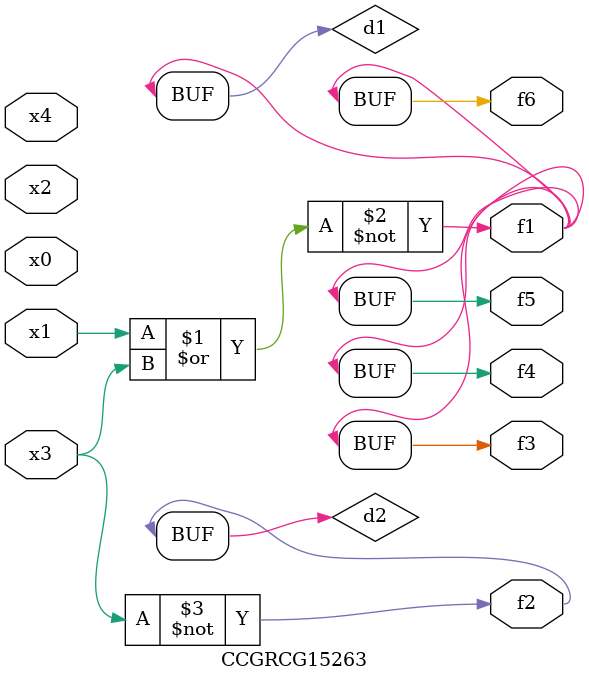
<source format=v>
module CCGRCG15263(
	input x0, x1, x2, x3, x4,
	output f1, f2, f3, f4, f5, f6
);

	wire d1, d2;

	nor (d1, x1, x3);
	not (d2, x3);
	assign f1 = d1;
	assign f2 = d2;
	assign f3 = d1;
	assign f4 = d1;
	assign f5 = d1;
	assign f6 = d1;
endmodule

</source>
